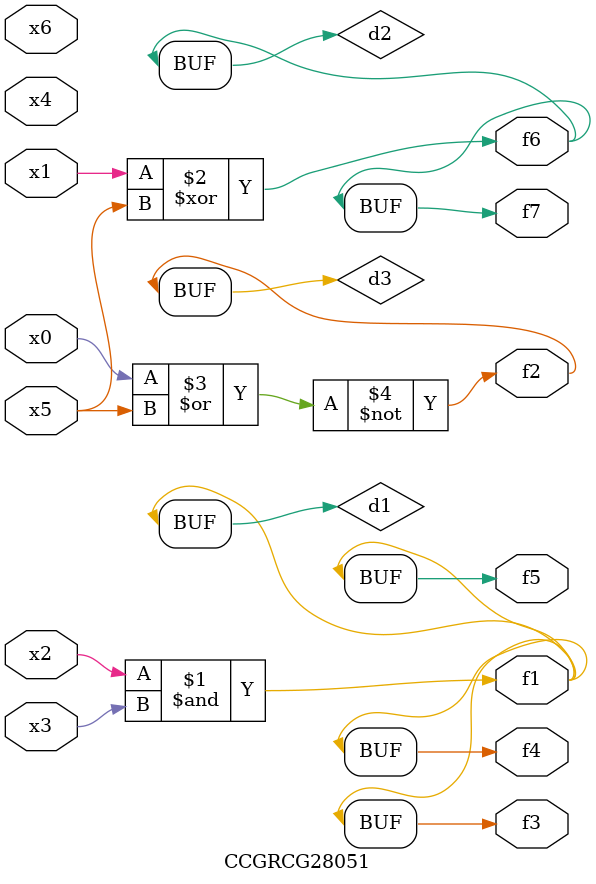
<source format=v>
module CCGRCG28051(
	input x0, x1, x2, x3, x4, x5, x6,
	output f1, f2, f3, f4, f5, f6, f7
);

	wire d1, d2, d3;

	and (d1, x2, x3);
	xor (d2, x1, x5);
	nor (d3, x0, x5);
	assign f1 = d1;
	assign f2 = d3;
	assign f3 = d1;
	assign f4 = d1;
	assign f5 = d1;
	assign f6 = d2;
	assign f7 = d2;
endmodule

</source>
